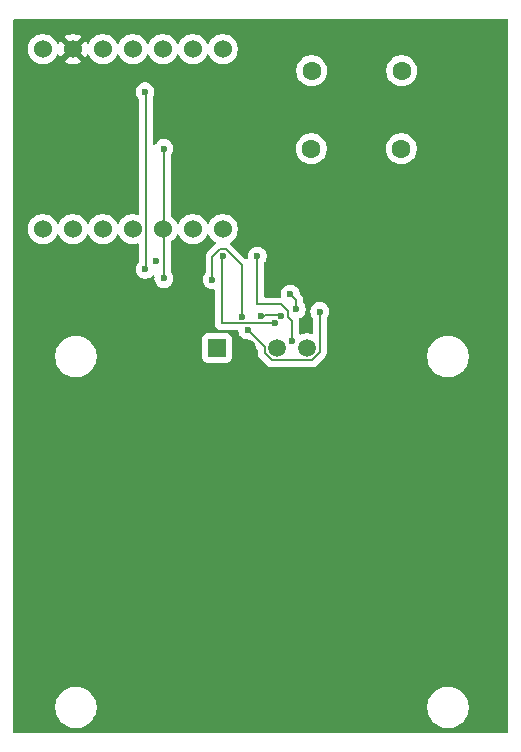
<source format=gbr>
%TF.GenerationSoftware,KiCad,Pcbnew,9.0.2*%
%TF.CreationDate,2025-08-03T00:22:43-03:00*%
%TF.ProjectId,hermes,6865726d-6573-42e6-9b69-6361645f7063,rev?*%
%TF.SameCoordinates,Original*%
%TF.FileFunction,Copper,L2,Bot*%
%TF.FilePolarity,Positive*%
%FSLAX46Y46*%
G04 Gerber Fmt 4.6, Leading zero omitted, Abs format (unit mm)*
G04 Created by KiCad (PCBNEW 9.0.2) date 2025-08-03 00:22:43*
%MOMM*%
%LPD*%
G01*
G04 APERTURE LIST*
%TA.AperFunction,ComponentPad*%
%ADD10C,1.524000*%
%TD*%
%TA.AperFunction,ComponentPad*%
%ADD11C,1.600000*%
%TD*%
%TA.AperFunction,ComponentPad*%
%ADD12R,1.508000X1.508000*%
%TD*%
%TA.AperFunction,ComponentPad*%
%ADD13C,1.508000*%
%TD*%
%TA.AperFunction,ViaPad*%
%ADD14C,0.600000*%
%TD*%
%TA.AperFunction,Conductor*%
%ADD15C,0.150000*%
%TD*%
G04 APERTURE END LIST*
D10*
%TO.P,U1,1,GPIO26/ADC0/A0*%
%TO.N,unconnected-(U1-GPIO26{slash}ADC0{slash}A0-Pad1)*%
X117398500Y-49020000D03*
%TO.P,U1,2,GPIO27/ADC1/A1*%
%TO.N,unconnected-(U1-GPIO27{slash}ADC1{slash}A1-Pad2)*%
X119938500Y-49020000D03*
%TO.P,U1,3,GPIO28/ADC2/A2*%
%TO.N,unconnected-(U1-GPIO28{slash}ADC2{slash}A2-Pad3)*%
X122478500Y-49020000D03*
%TO.P,U1,4,GPIO29/ADC3/A3*%
%TO.N,unconnected-(U1-GPIO29{slash}ADC3{slash}A3-Pad4)*%
X125018500Y-49020000D03*
%TO.P,U1,5,GPIO6/SDA*%
%TO.N,SDA*%
X127558500Y-49020000D03*
%TO.P,U1,6,GPIO7/SCL*%
%TO.N,SCL*%
X130098500Y-49020000D03*
%TO.P,U1,7,GPIO0/TX*%
%TO.N,INT*%
X132638500Y-49020000D03*
%TO.P,U1,8,GPIO1/RX*%
%TO.N,unconnected-(U1-GPIO1{slash}RX-Pad8)*%
X132638500Y-33780000D03*
%TO.P,U1,9,GPIO2/SCK*%
%TO.N,unconnected-(U1-GPIO2{slash}SCK-Pad9)*%
X130098500Y-33780000D03*
%TO.P,U1,10,GPIO4/MISO*%
%TO.N,unconnected-(U1-GPIO4{slash}MISO-Pad10)*%
X127558500Y-33780000D03*
%TO.P,U1,11,GPIO3/MOSI*%
%TO.N,unconnected-(U1-GPIO3{slash}MOSI-Pad11)*%
X125018500Y-33780000D03*
%TO.P,U1,12,3V3*%
%TO.N,VCC*%
X122478500Y-33780000D03*
%TO.P,U1,13,GND*%
%TO.N,GND*%
X119938500Y-33780000D03*
%TO.P,U1,14,VBUS*%
%TO.N,unconnected-(U1-VBUS-Pad14)*%
X117398500Y-33780000D03*
%TD*%
D11*
%TO.P,R1,1*%
%TO.N,SCL*%
X140150000Y-35600000D03*
%TO.P,R1,2*%
%TO.N,VCC*%
X147770000Y-35600000D03*
%TD*%
D12*
%TO.P,DS1,1,VDD*%
%TO.N,VCC*%
X132140000Y-59100000D03*
D13*
%TO.P,DS1,2,GND*%
%TO.N,GND*%
X134680000Y-59100000D03*
%TO.P,DS1,3,SCK*%
%TO.N,SCL*%
X137220000Y-59100000D03*
%TO.P,DS1,4,SDA*%
%TO.N,SDA*%
X139760000Y-59100000D03*
%TD*%
D11*
%TO.P,R2,1*%
%TO.N,SDA*%
X140140000Y-42200000D03*
%TO.P,R2,2*%
%TO.N,VCC*%
X147760000Y-42200000D03*
%TD*%
D14*
%TO.N,*%
X126950000Y-51700000D03*
%TO.N,VCC*%
X134750000Y-57575000D03*
X140850000Y-56000000D03*
X138850000Y-55800000D03*
X134250000Y-56425000D03*
X126050000Y-37400000D03*
X138360913Y-54510913D03*
X126056500Y-52421088D03*
X131750000Y-53300000D03*
%TO.N,GND*%
X123350000Y-55500000D03*
%TO.N,SDA*%
X127650000Y-42200000D03*
X127650000Y-53200000D03*
%TO.N,SCL*%
X135550000Y-51300000D03*
X138523514Y-58478634D03*
%TO.N,Net-(U2-REGOUT)*%
X137551000Y-56376301D03*
X135895372Y-56361368D03*
%TO.N,INT*%
X137050000Y-57000000D03*
X132654686Y-51284000D03*
%TD*%
D15*
%TO.N,VCC*%
X138850000Y-55800000D02*
X138850000Y-55000000D01*
X126050000Y-37400000D02*
X126150000Y-37500000D01*
X140186640Y-60130000D02*
X140850000Y-59466640D01*
X136190000Y-59015000D02*
X136190000Y-59526640D01*
X138850000Y-55000000D02*
X138360913Y-54510913D01*
X136190000Y-59526640D02*
X136793360Y-60130000D01*
X132893274Y-50708000D02*
X132416098Y-50708000D01*
X126150000Y-37500000D02*
X126150000Y-52327588D01*
X134750000Y-57575000D02*
X136190000Y-59015000D01*
X140850000Y-59466640D02*
X140850000Y-56000000D01*
X134250000Y-56425000D02*
X134250000Y-52064726D01*
X131750000Y-51374098D02*
X131750000Y-53300000D01*
X136793360Y-60130000D02*
X140186640Y-60130000D01*
X132416098Y-50708000D02*
X131750000Y-51374098D01*
X126150000Y-52327588D02*
X126056500Y-52421088D01*
X134250000Y-52064726D02*
X132893274Y-50708000D01*
%TO.N,SDA*%
X127650000Y-42200000D02*
X127650000Y-53200000D01*
%TO.N,SCL*%
X137564588Y-55400000D02*
X135550000Y-55400000D01*
X135550000Y-55400000D02*
X135550000Y-51300000D01*
X138126000Y-56438588D02*
X138126000Y-55961412D01*
X138126000Y-55961412D02*
X137564588Y-55400000D01*
X138523514Y-58478634D02*
X138523514Y-56836102D01*
X138523514Y-56836102D02*
X138126000Y-56438588D01*
%TO.N,Net-(U2-REGOUT)*%
X136157174Y-56361368D02*
X135895372Y-56361368D01*
X137474699Y-56300000D02*
X136218542Y-56300000D01*
X137551000Y-56376301D02*
X137474699Y-56300000D01*
X136218542Y-56300000D02*
X136157174Y-56361368D01*
%TO.N,INT*%
X132550000Y-51388686D02*
X132550000Y-57000000D01*
X132654686Y-51284000D02*
X132550000Y-51388686D01*
X132550000Y-57000000D02*
X137050000Y-57000000D01*
%TD*%
%TA.AperFunction,Conductor*%
%TO.N,GND*%
G36*
X156742539Y-31220185D02*
G01*
X156788294Y-31272989D01*
X156799500Y-31324500D01*
X156799500Y-91575500D01*
X156779815Y-91642539D01*
X156727011Y-91688294D01*
X156675500Y-91699500D01*
X115024500Y-91699500D01*
X114957461Y-91679815D01*
X114911706Y-91627011D01*
X114900500Y-91575500D01*
X114900500Y-89385258D01*
X118449500Y-89385258D01*
X118449500Y-89614741D01*
X118474446Y-89804215D01*
X118479452Y-89842238D01*
X118479453Y-89842240D01*
X118538842Y-90063887D01*
X118626650Y-90275876D01*
X118626657Y-90275890D01*
X118741392Y-90474617D01*
X118881081Y-90656661D01*
X118881089Y-90656670D01*
X119043330Y-90818911D01*
X119043338Y-90818918D01*
X119225382Y-90958607D01*
X119225385Y-90958608D01*
X119225388Y-90958611D01*
X119424112Y-91073344D01*
X119424117Y-91073346D01*
X119424123Y-91073349D01*
X119515480Y-91111190D01*
X119636113Y-91161158D01*
X119857762Y-91220548D01*
X120085266Y-91250500D01*
X120085273Y-91250500D01*
X120314727Y-91250500D01*
X120314734Y-91250500D01*
X120542238Y-91220548D01*
X120763887Y-91161158D01*
X120975888Y-91073344D01*
X121174612Y-90958611D01*
X121356661Y-90818919D01*
X121356665Y-90818914D01*
X121356670Y-90818911D01*
X121518911Y-90656670D01*
X121518914Y-90656665D01*
X121518919Y-90656661D01*
X121658611Y-90474612D01*
X121773344Y-90275888D01*
X121861158Y-90063887D01*
X121920548Y-89842238D01*
X121950500Y-89614734D01*
X121950500Y-89385266D01*
X121950499Y-89385258D01*
X149949500Y-89385258D01*
X149949500Y-89614741D01*
X149974446Y-89804215D01*
X149979452Y-89842238D01*
X149979453Y-89842240D01*
X150038842Y-90063887D01*
X150126650Y-90275876D01*
X150126657Y-90275890D01*
X150241392Y-90474617D01*
X150381081Y-90656661D01*
X150381089Y-90656670D01*
X150543330Y-90818911D01*
X150543338Y-90818918D01*
X150725382Y-90958607D01*
X150725385Y-90958608D01*
X150725388Y-90958611D01*
X150924112Y-91073344D01*
X150924117Y-91073346D01*
X150924123Y-91073349D01*
X151015480Y-91111190D01*
X151136113Y-91161158D01*
X151357762Y-91220548D01*
X151585266Y-91250500D01*
X151585273Y-91250500D01*
X151814727Y-91250500D01*
X151814734Y-91250500D01*
X152042238Y-91220548D01*
X152263887Y-91161158D01*
X152475888Y-91073344D01*
X152674612Y-90958611D01*
X152856661Y-90818919D01*
X152856665Y-90818914D01*
X152856670Y-90818911D01*
X153018911Y-90656670D01*
X153018914Y-90656665D01*
X153018919Y-90656661D01*
X153158611Y-90474612D01*
X153273344Y-90275888D01*
X153361158Y-90063887D01*
X153420548Y-89842238D01*
X153450500Y-89614734D01*
X153450500Y-89385266D01*
X153420548Y-89157762D01*
X153361158Y-88936113D01*
X153273344Y-88724112D01*
X153158611Y-88525388D01*
X153158608Y-88525385D01*
X153158607Y-88525382D01*
X153018918Y-88343338D01*
X153018911Y-88343330D01*
X152856670Y-88181089D01*
X152856661Y-88181081D01*
X152674617Y-88041392D01*
X152475890Y-87926657D01*
X152475876Y-87926650D01*
X152263887Y-87838842D01*
X152042238Y-87779452D01*
X152004215Y-87774446D01*
X151814741Y-87749500D01*
X151814734Y-87749500D01*
X151585266Y-87749500D01*
X151585258Y-87749500D01*
X151368715Y-87778009D01*
X151357762Y-87779452D01*
X151264076Y-87804554D01*
X151136112Y-87838842D01*
X150924123Y-87926650D01*
X150924109Y-87926657D01*
X150725382Y-88041392D01*
X150543338Y-88181081D01*
X150381081Y-88343338D01*
X150241392Y-88525382D01*
X150126657Y-88724109D01*
X150126650Y-88724123D01*
X150038842Y-88936112D01*
X149979453Y-89157759D01*
X149979451Y-89157770D01*
X149949500Y-89385258D01*
X121950499Y-89385258D01*
X121920548Y-89157762D01*
X121861158Y-88936113D01*
X121773344Y-88724112D01*
X121658611Y-88525388D01*
X121658608Y-88525385D01*
X121658607Y-88525382D01*
X121518918Y-88343338D01*
X121518911Y-88343330D01*
X121356670Y-88181089D01*
X121356661Y-88181081D01*
X121174617Y-88041392D01*
X120975890Y-87926657D01*
X120975876Y-87926650D01*
X120763887Y-87838842D01*
X120542238Y-87779452D01*
X120504215Y-87774446D01*
X120314741Y-87749500D01*
X120314734Y-87749500D01*
X120085266Y-87749500D01*
X120085258Y-87749500D01*
X119868715Y-87778009D01*
X119857762Y-87779452D01*
X119764076Y-87804554D01*
X119636112Y-87838842D01*
X119424123Y-87926650D01*
X119424109Y-87926657D01*
X119225382Y-88041392D01*
X119043338Y-88181081D01*
X118881081Y-88343338D01*
X118741392Y-88525382D01*
X118626657Y-88724109D01*
X118626650Y-88724123D01*
X118538842Y-88936112D01*
X118479453Y-89157759D01*
X118479451Y-89157770D01*
X118449500Y-89385258D01*
X114900500Y-89385258D01*
X114900500Y-59685258D01*
X118449500Y-59685258D01*
X118449500Y-59914741D01*
X118473408Y-60096328D01*
X118479452Y-60142238D01*
X118534610Y-60348091D01*
X118538842Y-60363887D01*
X118626650Y-60575876D01*
X118626657Y-60575890D01*
X118741392Y-60774617D01*
X118881081Y-60956661D01*
X118881089Y-60956670D01*
X119043330Y-61118911D01*
X119043338Y-61118918D01*
X119225382Y-61258607D01*
X119225385Y-61258608D01*
X119225388Y-61258611D01*
X119424112Y-61373344D01*
X119424117Y-61373346D01*
X119424123Y-61373349D01*
X119515480Y-61411190D01*
X119636113Y-61461158D01*
X119857762Y-61520548D01*
X120085266Y-61550500D01*
X120085273Y-61550500D01*
X120314727Y-61550500D01*
X120314734Y-61550500D01*
X120542238Y-61520548D01*
X120763887Y-61461158D01*
X120975888Y-61373344D01*
X121174612Y-61258611D01*
X121356661Y-61118919D01*
X121356665Y-61118914D01*
X121356670Y-61118911D01*
X121518911Y-60956670D01*
X121518914Y-60956665D01*
X121518919Y-60956661D01*
X121658611Y-60774612D01*
X121773344Y-60575888D01*
X121861158Y-60363887D01*
X121920548Y-60142238D01*
X121950500Y-59914734D01*
X121950500Y-59685266D01*
X121920548Y-59457762D01*
X121861158Y-59236113D01*
X121773344Y-59024112D01*
X121658611Y-58825388D01*
X121658608Y-58825385D01*
X121658607Y-58825382D01*
X121518918Y-58643338D01*
X121518911Y-58643330D01*
X121356670Y-58481089D01*
X121356665Y-58481085D01*
X121356661Y-58481081D01*
X121242106Y-58393179D01*
X121174617Y-58341392D01*
X121099693Y-58298135D01*
X130885500Y-58298135D01*
X130885500Y-59901870D01*
X130885501Y-59901876D01*
X130891908Y-59961483D01*
X130942202Y-60096328D01*
X130942206Y-60096335D01*
X131028452Y-60211544D01*
X131028455Y-60211547D01*
X131143664Y-60297793D01*
X131143671Y-60297797D01*
X131278517Y-60348091D01*
X131278516Y-60348091D01*
X131285444Y-60348835D01*
X131338127Y-60354500D01*
X132941872Y-60354499D01*
X133001483Y-60348091D01*
X133136331Y-60297796D01*
X133251546Y-60211546D01*
X133337796Y-60096331D01*
X133388091Y-59961483D01*
X133394500Y-59901873D01*
X133394499Y-58298128D01*
X133388091Y-58238517D01*
X133383667Y-58226656D01*
X133337797Y-58103671D01*
X133337793Y-58103664D01*
X133251547Y-57988455D01*
X133251544Y-57988452D01*
X133136335Y-57902206D01*
X133136328Y-57902202D01*
X133001482Y-57851908D01*
X133001483Y-57851908D01*
X132941883Y-57845501D01*
X132941881Y-57845500D01*
X132941873Y-57845500D01*
X132941864Y-57845500D01*
X131338129Y-57845500D01*
X131338123Y-57845501D01*
X131278516Y-57851908D01*
X131143671Y-57902202D01*
X131143664Y-57902206D01*
X131028455Y-57988452D01*
X131028452Y-57988455D01*
X130942206Y-58103664D01*
X130942202Y-58103671D01*
X130891908Y-58238517D01*
X130886976Y-58284397D01*
X130885501Y-58298123D01*
X130885500Y-58298135D01*
X121099693Y-58298135D01*
X121099681Y-58298128D01*
X120975888Y-58226656D01*
X120975876Y-58226650D01*
X120763887Y-58138842D01*
X120542238Y-58079452D01*
X120504215Y-58074446D01*
X120314741Y-58049500D01*
X120314734Y-58049500D01*
X120085266Y-58049500D01*
X120085258Y-58049500D01*
X119868715Y-58078009D01*
X119857762Y-58079452D01*
X119835982Y-58085288D01*
X119636112Y-58138842D01*
X119424123Y-58226650D01*
X119424109Y-58226657D01*
X119225382Y-58341392D01*
X119043338Y-58481081D01*
X118881081Y-58643338D01*
X118741392Y-58825382D01*
X118626657Y-59024109D01*
X118626650Y-59024123D01*
X118538842Y-59236112D01*
X118479453Y-59457759D01*
X118479451Y-59457770D01*
X118449500Y-59685258D01*
X114900500Y-59685258D01*
X114900500Y-48920639D01*
X116136000Y-48920639D01*
X116136000Y-49119360D01*
X116167087Y-49315637D01*
X116228493Y-49504629D01*
X116228494Y-49504632D01*
X116318713Y-49681694D01*
X116435519Y-49842464D01*
X116576036Y-49982981D01*
X116736806Y-50099787D01*
X116823649Y-50144035D01*
X116913867Y-50190005D01*
X116913870Y-50190006D01*
X116956334Y-50203803D01*
X117102864Y-50251413D01*
X117299139Y-50282500D01*
X117299140Y-50282500D01*
X117497860Y-50282500D01*
X117497861Y-50282500D01*
X117694136Y-50251413D01*
X117883132Y-50190005D01*
X118060194Y-50099787D01*
X118220964Y-49982981D01*
X118361481Y-49842464D01*
X118478287Y-49681694D01*
X118558015Y-49525218D01*
X118605990Y-49474423D01*
X118673811Y-49457628D01*
X118739946Y-49480165D01*
X118778984Y-49525218D01*
X118858713Y-49681694D01*
X118975519Y-49842464D01*
X119116036Y-49982981D01*
X119276806Y-50099787D01*
X119363649Y-50144035D01*
X119453867Y-50190005D01*
X119453870Y-50190006D01*
X119496334Y-50203803D01*
X119642864Y-50251413D01*
X119839139Y-50282500D01*
X119839140Y-50282500D01*
X120037860Y-50282500D01*
X120037861Y-50282500D01*
X120234136Y-50251413D01*
X120423132Y-50190005D01*
X120600194Y-50099787D01*
X120760964Y-49982981D01*
X120901481Y-49842464D01*
X121018287Y-49681694D01*
X121098015Y-49525218D01*
X121145990Y-49474423D01*
X121213811Y-49457628D01*
X121279946Y-49480165D01*
X121318984Y-49525218D01*
X121398713Y-49681694D01*
X121515519Y-49842464D01*
X121656036Y-49982981D01*
X121816806Y-50099787D01*
X121903649Y-50144035D01*
X121993867Y-50190005D01*
X121993870Y-50190006D01*
X122036334Y-50203803D01*
X122182864Y-50251413D01*
X122379139Y-50282500D01*
X122379140Y-50282500D01*
X122577860Y-50282500D01*
X122577861Y-50282500D01*
X122774136Y-50251413D01*
X122963132Y-50190005D01*
X123140194Y-50099787D01*
X123300964Y-49982981D01*
X123441481Y-49842464D01*
X123558287Y-49681694D01*
X123638015Y-49525218D01*
X123685990Y-49474423D01*
X123753811Y-49457628D01*
X123819946Y-49480165D01*
X123858984Y-49525218D01*
X123938713Y-49681694D01*
X124055519Y-49842464D01*
X124196036Y-49982981D01*
X124356806Y-50099787D01*
X124443649Y-50144035D01*
X124533867Y-50190005D01*
X124533870Y-50190006D01*
X124576334Y-50203803D01*
X124722864Y-50251413D01*
X124919139Y-50282500D01*
X124919140Y-50282500D01*
X125117860Y-50282500D01*
X125117861Y-50282500D01*
X125314136Y-50251413D01*
X125412182Y-50219555D01*
X125482023Y-50217561D01*
X125541856Y-50253641D01*
X125572684Y-50316342D01*
X125574500Y-50337487D01*
X125574500Y-51719647D01*
X125554815Y-51786686D01*
X125538181Y-51807328D01*
X125434713Y-51910795D01*
X125434710Y-51910799D01*
X125347109Y-52041902D01*
X125347102Y-52041915D01*
X125286764Y-52187586D01*
X125286761Y-52187598D01*
X125256000Y-52342241D01*
X125256000Y-52499934D01*
X125286761Y-52654577D01*
X125286764Y-52654589D01*
X125347102Y-52800260D01*
X125347109Y-52800273D01*
X125434710Y-52931376D01*
X125434713Y-52931380D01*
X125546207Y-53042874D01*
X125546211Y-53042877D01*
X125677314Y-53130478D01*
X125677327Y-53130485D01*
X125822998Y-53190823D01*
X125823003Y-53190825D01*
X125975471Y-53221153D01*
X125977653Y-53221587D01*
X125977656Y-53221588D01*
X125977658Y-53221588D01*
X126135344Y-53221588D01*
X126135345Y-53221587D01*
X126289997Y-53190825D01*
X126435679Y-53130482D01*
X126566789Y-53042877D01*
X126650089Y-52959576D01*
X126711410Y-52926093D01*
X126781102Y-52931077D01*
X126837036Y-52972948D01*
X126861453Y-53038412D01*
X126859387Y-53071448D01*
X126849500Y-53121157D01*
X126849500Y-53278846D01*
X126880261Y-53433489D01*
X126880264Y-53433501D01*
X126940602Y-53579172D01*
X126940609Y-53579185D01*
X127028210Y-53710288D01*
X127028213Y-53710292D01*
X127139707Y-53821786D01*
X127139711Y-53821789D01*
X127270814Y-53909390D01*
X127270827Y-53909397D01*
X127416498Y-53969735D01*
X127416503Y-53969737D01*
X127571153Y-54000499D01*
X127571156Y-54000500D01*
X127571158Y-54000500D01*
X127728844Y-54000500D01*
X127728845Y-54000499D01*
X127883497Y-53969737D01*
X128029179Y-53909394D01*
X128160289Y-53821789D01*
X128271789Y-53710289D01*
X128359394Y-53579179D01*
X128419737Y-53433497D01*
X128450500Y-53278842D01*
X128450500Y-53121158D01*
X128450500Y-53121157D01*
X128450500Y-53121155D01*
X128450499Y-53121153D01*
X128434928Y-53042874D01*
X128419737Y-52966503D01*
X128405189Y-52931380D01*
X128359397Y-52820827D01*
X128359390Y-52820814D01*
X128271789Y-52689711D01*
X128271786Y-52689707D01*
X128261819Y-52679740D01*
X128228334Y-52618417D01*
X128225500Y-52592059D01*
X128225500Y-50159112D01*
X128245185Y-50092073D01*
X128276614Y-50058794D01*
X128380964Y-49982981D01*
X128521481Y-49842464D01*
X128638287Y-49681694D01*
X128718015Y-49525218D01*
X128765990Y-49474423D01*
X128833811Y-49457628D01*
X128899946Y-49480165D01*
X128938984Y-49525218D01*
X129018713Y-49681694D01*
X129135519Y-49842464D01*
X129276036Y-49982981D01*
X129436806Y-50099787D01*
X129523649Y-50144035D01*
X129613867Y-50190005D01*
X129613870Y-50190006D01*
X129656334Y-50203803D01*
X129802864Y-50251413D01*
X129999139Y-50282500D01*
X129999140Y-50282500D01*
X130197860Y-50282500D01*
X130197861Y-50282500D01*
X130394136Y-50251413D01*
X130583132Y-50190005D01*
X130760194Y-50099787D01*
X130920964Y-49982981D01*
X131061481Y-49842464D01*
X131178287Y-49681694D01*
X131258015Y-49525218D01*
X131305990Y-49474423D01*
X131373811Y-49457628D01*
X131439946Y-49480165D01*
X131478984Y-49525218D01*
X131558713Y-49681694D01*
X131675519Y-49842464D01*
X131816036Y-49982981D01*
X131966189Y-50092073D01*
X131976806Y-50099787D01*
X131979497Y-50101158D01*
X131980337Y-50101951D01*
X131980958Y-50102332D01*
X131980878Y-50102462D01*
X132030296Y-50149129D01*
X132047096Y-50216949D01*
X132024562Y-50283085D01*
X132010890Y-50299327D01*
X131396635Y-50913583D01*
X131289487Y-51020730D01*
X131289485Y-51020733D01*
X131213719Y-51151961D01*
X131174500Y-51298332D01*
X131174500Y-52692059D01*
X131154815Y-52759098D01*
X131138181Y-52779740D01*
X131128213Y-52789707D01*
X131128210Y-52789711D01*
X131040609Y-52920814D01*
X131040602Y-52920827D01*
X130980264Y-53066498D01*
X130980261Y-53066510D01*
X130949500Y-53221153D01*
X130949500Y-53378846D01*
X130980261Y-53533489D01*
X130980264Y-53533501D01*
X131040602Y-53679172D01*
X131040609Y-53679185D01*
X131128210Y-53810288D01*
X131128213Y-53810292D01*
X131239707Y-53921786D01*
X131239711Y-53921789D01*
X131370814Y-54009390D01*
X131370827Y-54009397D01*
X131516498Y-54069735D01*
X131516503Y-54069737D01*
X131668157Y-54099903D01*
X131671153Y-54100499D01*
X131671156Y-54100500D01*
X131671158Y-54100500D01*
X131828844Y-54100500D01*
X131834907Y-54099903D01*
X131835093Y-54101793D01*
X131895883Y-54107224D01*
X131951067Y-54150079D01*
X131974321Y-54215965D01*
X131974500Y-54222621D01*
X131974500Y-56924234D01*
X131974500Y-57075766D01*
X131994109Y-57148950D01*
X132013719Y-57222136D01*
X132051602Y-57287750D01*
X132089485Y-57353365D01*
X132196635Y-57460515D01*
X132327865Y-57536281D01*
X132474234Y-57575500D01*
X133832152Y-57575500D01*
X133899191Y-57595185D01*
X133944946Y-57647989D01*
X133953769Y-57675308D01*
X133980261Y-57808491D01*
X133980264Y-57808501D01*
X134040602Y-57954172D01*
X134040609Y-57954185D01*
X134128210Y-58085288D01*
X134128213Y-58085292D01*
X134239707Y-58196786D01*
X134239711Y-58196789D01*
X134370814Y-58284390D01*
X134370827Y-58284397D01*
X134508420Y-58341389D01*
X134516503Y-58344737D01*
X134671153Y-58375499D01*
X134671156Y-58375500D01*
X134671158Y-58375500D01*
X134685258Y-58375500D01*
X134752297Y-58395185D01*
X134772939Y-58411819D01*
X135578181Y-59217061D01*
X135611666Y-59278384D01*
X135614500Y-59304742D01*
X135614500Y-59602405D01*
X135653719Y-59748776D01*
X135691602Y-59814390D01*
X135729485Y-59880005D01*
X136332845Y-60483365D01*
X136439995Y-60590515D01*
X136571225Y-60666281D01*
X136717594Y-60705500D01*
X136717596Y-60705500D01*
X140262404Y-60705500D01*
X140262406Y-60705500D01*
X140408775Y-60666281D01*
X140540005Y-60590515D01*
X141310515Y-59820005D01*
X141386281Y-59688775D01*
X141387223Y-59685258D01*
X149949500Y-59685258D01*
X149949500Y-59914741D01*
X149973408Y-60096328D01*
X149979452Y-60142238D01*
X150034610Y-60348091D01*
X150038842Y-60363887D01*
X150126650Y-60575876D01*
X150126657Y-60575890D01*
X150241392Y-60774617D01*
X150381081Y-60956661D01*
X150381089Y-60956670D01*
X150543330Y-61118911D01*
X150543338Y-61118918D01*
X150725382Y-61258607D01*
X150725385Y-61258608D01*
X150725388Y-61258611D01*
X150924112Y-61373344D01*
X150924117Y-61373346D01*
X150924123Y-61373349D01*
X151015480Y-61411190D01*
X151136113Y-61461158D01*
X151357762Y-61520548D01*
X151585266Y-61550500D01*
X151585273Y-61550500D01*
X151814727Y-61550500D01*
X151814734Y-61550500D01*
X152042238Y-61520548D01*
X152263887Y-61461158D01*
X152475888Y-61373344D01*
X152674612Y-61258611D01*
X152856661Y-61118919D01*
X152856665Y-61118914D01*
X152856670Y-61118911D01*
X153018911Y-60956670D01*
X153018914Y-60956665D01*
X153018919Y-60956661D01*
X153158611Y-60774612D01*
X153273344Y-60575888D01*
X153361158Y-60363887D01*
X153420548Y-60142238D01*
X153450500Y-59914734D01*
X153450500Y-59685266D01*
X153420548Y-59457762D01*
X153361158Y-59236113D01*
X153273344Y-59024112D01*
X153158611Y-58825388D01*
X153158608Y-58825385D01*
X153158607Y-58825382D01*
X153018918Y-58643338D01*
X153018911Y-58643330D01*
X152856670Y-58481089D01*
X152856661Y-58481081D01*
X152674617Y-58341392D01*
X152599681Y-58298128D01*
X152475888Y-58226656D01*
X152475876Y-58226650D01*
X152263887Y-58138842D01*
X152042238Y-58079452D01*
X152004215Y-58074446D01*
X151814741Y-58049500D01*
X151814734Y-58049500D01*
X151585266Y-58049500D01*
X151585258Y-58049500D01*
X151368715Y-58078009D01*
X151357762Y-58079452D01*
X151335982Y-58085288D01*
X151136112Y-58138842D01*
X150924123Y-58226650D01*
X150924109Y-58226657D01*
X150725382Y-58341392D01*
X150543338Y-58481081D01*
X150381081Y-58643338D01*
X150241392Y-58825382D01*
X150126657Y-59024109D01*
X150126650Y-59024123D01*
X150038842Y-59236112D01*
X149979453Y-59457759D01*
X149979451Y-59457770D01*
X149949500Y-59685258D01*
X141387223Y-59685258D01*
X141425500Y-59542406D01*
X141425500Y-59390873D01*
X141425500Y-56607940D01*
X141445185Y-56540901D01*
X141461822Y-56520256D01*
X141471787Y-56510291D01*
X141471789Y-56510289D01*
X141559394Y-56379179D01*
X141619737Y-56233497D01*
X141650500Y-56078842D01*
X141650500Y-55921158D01*
X141650500Y-55921155D01*
X141650499Y-55921153D01*
X141647234Y-55904740D01*
X141619737Y-55766503D01*
X141600955Y-55721158D01*
X141559397Y-55620827D01*
X141559390Y-55620814D01*
X141471789Y-55489711D01*
X141471786Y-55489707D01*
X141360292Y-55378213D01*
X141360288Y-55378210D01*
X141229185Y-55290609D01*
X141229172Y-55290602D01*
X141083501Y-55230264D01*
X141083489Y-55230261D01*
X140928845Y-55199500D01*
X140928842Y-55199500D01*
X140771158Y-55199500D01*
X140771155Y-55199500D01*
X140616510Y-55230261D01*
X140616498Y-55230264D01*
X140470827Y-55290602D01*
X140470814Y-55290609D01*
X140339711Y-55378210D01*
X140339707Y-55378213D01*
X140228213Y-55489707D01*
X140228210Y-55489711D01*
X140140609Y-55620814D01*
X140140602Y-55620827D01*
X140080264Y-55766498D01*
X140080261Y-55766510D01*
X140049500Y-55921153D01*
X140049500Y-56078846D01*
X140080261Y-56233489D01*
X140080264Y-56233501D01*
X140140602Y-56379172D01*
X140140609Y-56379185D01*
X140228210Y-56510288D01*
X140228212Y-56510291D01*
X140238178Y-56520256D01*
X140271665Y-56581578D01*
X140274500Y-56607940D01*
X140274500Y-57777440D01*
X140254815Y-57844479D01*
X140202011Y-57890234D01*
X140132853Y-57900178D01*
X140112182Y-57895371D01*
X140053764Y-57876390D01*
X139858736Y-57845500D01*
X139858731Y-57845500D01*
X139661269Y-57845500D01*
X139661264Y-57845500D01*
X139466235Y-57876390D01*
X139278438Y-57937408D01*
X139273940Y-57939272D01*
X139273442Y-57938070D01*
X139210624Y-57949859D01*
X139145887Y-57923575D01*
X139105637Y-57866463D01*
X139099014Y-57826480D01*
X139099014Y-56760338D01*
X139099014Y-56760336D01*
X139079640Y-56688030D01*
X139081303Y-56618181D01*
X139120466Y-56560319D01*
X139151957Y-56541380D01*
X139229179Y-56509394D01*
X139360289Y-56421789D01*
X139471789Y-56310289D01*
X139559394Y-56179179D01*
X139619737Y-56033497D01*
X139650500Y-55878842D01*
X139650500Y-55721158D01*
X139650500Y-55721155D01*
X139650499Y-55721153D01*
X139630543Y-55620827D01*
X139619737Y-55566503D01*
X139587929Y-55489711D01*
X139559397Y-55420827D01*
X139559390Y-55420814D01*
X139471789Y-55289711D01*
X139471786Y-55289707D01*
X139461819Y-55279740D01*
X139428334Y-55218417D01*
X139425500Y-55192059D01*
X139425500Y-54924236D01*
X139425500Y-54924234D01*
X139386281Y-54777865D01*
X139310515Y-54646635D01*
X139203365Y-54539485D01*
X139197732Y-54533852D01*
X139164247Y-54472529D01*
X139161413Y-54446171D01*
X139161413Y-54432068D01*
X139161412Y-54432066D01*
X139130651Y-54277423D01*
X139130650Y-54277416D01*
X139130648Y-54277411D01*
X139070310Y-54131740D01*
X139070303Y-54131727D01*
X138982702Y-54000624D01*
X138982699Y-54000620D01*
X138871205Y-53889126D01*
X138871201Y-53889123D01*
X138740098Y-53801522D01*
X138740085Y-53801515D01*
X138594414Y-53741177D01*
X138594402Y-53741174D01*
X138439758Y-53710413D01*
X138439755Y-53710413D01*
X138282071Y-53710413D01*
X138282068Y-53710413D01*
X138127423Y-53741174D01*
X138127411Y-53741177D01*
X137981740Y-53801515D01*
X137981727Y-53801522D01*
X137850624Y-53889123D01*
X137850620Y-53889126D01*
X137739126Y-54000620D01*
X137739123Y-54000624D01*
X137651522Y-54131727D01*
X137651515Y-54131740D01*
X137591177Y-54277411D01*
X137591174Y-54277423D01*
X137560413Y-54432066D01*
X137560413Y-54589759D01*
X137577629Y-54676309D01*
X137571402Y-54745900D01*
X137528539Y-54801078D01*
X137462649Y-54824322D01*
X137456012Y-54824500D01*
X136249500Y-54824500D01*
X136182461Y-54804815D01*
X136136706Y-54752011D01*
X136125500Y-54700500D01*
X136125500Y-51907940D01*
X136145185Y-51840901D01*
X136161822Y-51820256D01*
X136171787Y-51810291D01*
X136171789Y-51810289D01*
X136259394Y-51679179D01*
X136319737Y-51533497D01*
X136350500Y-51378842D01*
X136350500Y-51221158D01*
X136350500Y-51221155D01*
X136350499Y-51221153D01*
X136319738Y-51066510D01*
X136319737Y-51066503D01*
X136300779Y-51020733D01*
X136259397Y-50920827D01*
X136259390Y-50920814D01*
X136171789Y-50789711D01*
X136171786Y-50789707D01*
X136060292Y-50678213D01*
X136060288Y-50678210D01*
X135929185Y-50590609D01*
X135929172Y-50590602D01*
X135783501Y-50530264D01*
X135783489Y-50530261D01*
X135628845Y-50499500D01*
X135628842Y-50499500D01*
X135471158Y-50499500D01*
X135471155Y-50499500D01*
X135316510Y-50530261D01*
X135316498Y-50530264D01*
X135170827Y-50590602D01*
X135170814Y-50590609D01*
X135039711Y-50678210D01*
X135039707Y-50678213D01*
X134928213Y-50789707D01*
X134928210Y-50789711D01*
X134840609Y-50920814D01*
X134840602Y-50920827D01*
X134780264Y-51066498D01*
X134780261Y-51066510D01*
X134749500Y-51221153D01*
X134749500Y-51378846D01*
X134761997Y-51441673D01*
X134755770Y-51511265D01*
X134712907Y-51566442D01*
X134647017Y-51589686D01*
X134579020Y-51573618D01*
X134552699Y-51553545D01*
X133286291Y-50287137D01*
X133252806Y-50225814D01*
X133257790Y-50156122D01*
X133299662Y-50100189D01*
X133301087Y-50099138D01*
X133310811Y-50092073D01*
X133460964Y-49982981D01*
X133601481Y-49842464D01*
X133718287Y-49681694D01*
X133808505Y-49504632D01*
X133869913Y-49315636D01*
X133901000Y-49119361D01*
X133901000Y-48920639D01*
X133869913Y-48724364D01*
X133808505Y-48535368D01*
X133808505Y-48535367D01*
X133718286Y-48358305D01*
X133601481Y-48197536D01*
X133460964Y-48057019D01*
X133300194Y-47940213D01*
X133291203Y-47935632D01*
X133123132Y-47849994D01*
X133123129Y-47849993D01*
X132934137Y-47788587D01*
X132813948Y-47769551D01*
X132737861Y-47757500D01*
X132539139Y-47757500D01*
X132473714Y-47767862D01*
X132342862Y-47788587D01*
X132153870Y-47849993D01*
X132153867Y-47849994D01*
X131976805Y-47940213D01*
X131816033Y-48057021D01*
X131675521Y-48197533D01*
X131558713Y-48358305D01*
X131478985Y-48514780D01*
X131431010Y-48565576D01*
X131363189Y-48582371D01*
X131297054Y-48559833D01*
X131258015Y-48514780D01*
X131178286Y-48358305D01*
X131061481Y-48197536D01*
X130920964Y-48057019D01*
X130760194Y-47940213D01*
X130751203Y-47935632D01*
X130583132Y-47849994D01*
X130583129Y-47849993D01*
X130394137Y-47788587D01*
X130273948Y-47769551D01*
X130197861Y-47757500D01*
X129999139Y-47757500D01*
X129933714Y-47767862D01*
X129802862Y-47788587D01*
X129613870Y-47849993D01*
X129613867Y-47849994D01*
X129436805Y-47940213D01*
X129276033Y-48057021D01*
X129135521Y-48197533D01*
X129018713Y-48358305D01*
X128938985Y-48514780D01*
X128891010Y-48565576D01*
X128823189Y-48582371D01*
X128757054Y-48559833D01*
X128718015Y-48514780D01*
X128638286Y-48358305D01*
X128521481Y-48197536D01*
X128380964Y-48057019D01*
X128276615Y-47981205D01*
X128233949Y-47925875D01*
X128225500Y-47880887D01*
X128225500Y-42807940D01*
X128245185Y-42740901D01*
X128261822Y-42720256D01*
X128271787Y-42710291D01*
X128271789Y-42710289D01*
X128359394Y-42579179D01*
X128419737Y-42433497D01*
X128450500Y-42278842D01*
X128450500Y-42121158D01*
X128450500Y-42121155D01*
X128449667Y-42116968D01*
X128449667Y-42116967D01*
X128445824Y-42097648D01*
X138839500Y-42097648D01*
X138839500Y-42302351D01*
X138871522Y-42504534D01*
X138934781Y-42699223D01*
X139027715Y-42881613D01*
X139148028Y-43047213D01*
X139292786Y-43191971D01*
X139447749Y-43304556D01*
X139458390Y-43312287D01*
X139574607Y-43371503D01*
X139640776Y-43405218D01*
X139640778Y-43405218D01*
X139640781Y-43405220D01*
X139745137Y-43439127D01*
X139835465Y-43468477D01*
X139936557Y-43484488D01*
X140037648Y-43500500D01*
X140037649Y-43500500D01*
X140242351Y-43500500D01*
X140242352Y-43500500D01*
X140444534Y-43468477D01*
X140639219Y-43405220D01*
X140821610Y-43312287D01*
X140914590Y-43244732D01*
X140987213Y-43191971D01*
X140987215Y-43191968D01*
X140987219Y-43191966D01*
X141131966Y-43047219D01*
X141131968Y-43047215D01*
X141131971Y-43047213D01*
X141184732Y-42974590D01*
X141252287Y-42881610D01*
X141345220Y-42699219D01*
X141408477Y-42504534D01*
X141440500Y-42302352D01*
X141440500Y-42097648D01*
X146459500Y-42097648D01*
X146459500Y-42302351D01*
X146491522Y-42504534D01*
X146554781Y-42699223D01*
X146647715Y-42881613D01*
X146768028Y-43047213D01*
X146912786Y-43191971D01*
X147067749Y-43304556D01*
X147078390Y-43312287D01*
X147194607Y-43371503D01*
X147260776Y-43405218D01*
X147260778Y-43405218D01*
X147260781Y-43405220D01*
X147365137Y-43439127D01*
X147455465Y-43468477D01*
X147556557Y-43484488D01*
X147657648Y-43500500D01*
X147657649Y-43500500D01*
X147862351Y-43500500D01*
X147862352Y-43500500D01*
X148064534Y-43468477D01*
X148259219Y-43405220D01*
X148441610Y-43312287D01*
X148534590Y-43244732D01*
X148607213Y-43191971D01*
X148607215Y-43191968D01*
X148607219Y-43191966D01*
X148751966Y-43047219D01*
X148751968Y-43047215D01*
X148751971Y-43047213D01*
X148804732Y-42974590D01*
X148872287Y-42881610D01*
X148965220Y-42699219D01*
X149028477Y-42504534D01*
X149060500Y-42302352D01*
X149060500Y-42097648D01*
X149028477Y-41895465D01*
X148965218Y-41700776D01*
X148902767Y-41578211D01*
X148872287Y-41518390D01*
X148852098Y-41490602D01*
X148751971Y-41352786D01*
X148607213Y-41208028D01*
X148441613Y-41087715D01*
X148441612Y-41087714D01*
X148441610Y-41087713D01*
X148384653Y-41058691D01*
X148259223Y-40994781D01*
X148064534Y-40931522D01*
X147889995Y-40903878D01*
X147862352Y-40899500D01*
X147657648Y-40899500D01*
X147633329Y-40903351D01*
X147455465Y-40931522D01*
X147260776Y-40994781D01*
X147078386Y-41087715D01*
X146912786Y-41208028D01*
X146768028Y-41352786D01*
X146647715Y-41518386D01*
X146554781Y-41700776D01*
X146491522Y-41895465D01*
X146459500Y-42097648D01*
X141440500Y-42097648D01*
X141408477Y-41895465D01*
X141345218Y-41700776D01*
X141282767Y-41578211D01*
X141252287Y-41518390D01*
X141232098Y-41490602D01*
X141131971Y-41352786D01*
X140987213Y-41208028D01*
X140821613Y-41087715D01*
X140821612Y-41087714D01*
X140821610Y-41087713D01*
X140764653Y-41058691D01*
X140639223Y-40994781D01*
X140444534Y-40931522D01*
X140269995Y-40903878D01*
X140242352Y-40899500D01*
X140037648Y-40899500D01*
X140013329Y-40903351D01*
X139835465Y-40931522D01*
X139640776Y-40994781D01*
X139458386Y-41087715D01*
X139292786Y-41208028D01*
X139148028Y-41352786D01*
X139027715Y-41518386D01*
X138934781Y-41700776D01*
X138871522Y-41895465D01*
X138839500Y-42097648D01*
X128445824Y-42097648D01*
X128419738Y-41966510D01*
X128419737Y-41966503D01*
X128390313Y-41895466D01*
X128359397Y-41820827D01*
X128359390Y-41820814D01*
X128271789Y-41689711D01*
X128271786Y-41689707D01*
X128160292Y-41578213D01*
X128160288Y-41578210D01*
X128029185Y-41490609D01*
X128029172Y-41490602D01*
X127883501Y-41430264D01*
X127883489Y-41430261D01*
X127728845Y-41399500D01*
X127728842Y-41399500D01*
X127571158Y-41399500D01*
X127571155Y-41399500D01*
X127416510Y-41430261D01*
X127416498Y-41430264D01*
X127270827Y-41490602D01*
X127270814Y-41490609D01*
X127139711Y-41578210D01*
X127139707Y-41578213D01*
X127028213Y-41689707D01*
X127028210Y-41689711D01*
X126952602Y-41802866D01*
X126898989Y-41847671D01*
X126829664Y-41856378D01*
X126766637Y-41826223D01*
X126729918Y-41766780D01*
X126725500Y-41733975D01*
X126725500Y-37867519D01*
X126745185Y-37800480D01*
X126746398Y-37798628D01*
X126759394Y-37779179D01*
X126819737Y-37633497D01*
X126850500Y-37478842D01*
X126850500Y-37321158D01*
X126850500Y-37321155D01*
X126850499Y-37321153D01*
X126819738Y-37166510D01*
X126819737Y-37166503D01*
X126819735Y-37166498D01*
X126759397Y-37020827D01*
X126759390Y-37020814D01*
X126671789Y-36889711D01*
X126671786Y-36889707D01*
X126560292Y-36778213D01*
X126560288Y-36778210D01*
X126429185Y-36690609D01*
X126429172Y-36690602D01*
X126283501Y-36630264D01*
X126283489Y-36630261D01*
X126128845Y-36599500D01*
X126128842Y-36599500D01*
X125971158Y-36599500D01*
X125971155Y-36599500D01*
X125816510Y-36630261D01*
X125816498Y-36630264D01*
X125670827Y-36690602D01*
X125670814Y-36690609D01*
X125539711Y-36778210D01*
X125539707Y-36778213D01*
X125428213Y-36889707D01*
X125428210Y-36889711D01*
X125340609Y-37020814D01*
X125340602Y-37020827D01*
X125280264Y-37166498D01*
X125280261Y-37166510D01*
X125249500Y-37321153D01*
X125249500Y-37478846D01*
X125280261Y-37633489D01*
X125280264Y-37633501D01*
X125340602Y-37779172D01*
X125340609Y-37779185D01*
X125428210Y-37910288D01*
X125428213Y-37910292D01*
X125538181Y-38020260D01*
X125571666Y-38081583D01*
X125574500Y-38107941D01*
X125574500Y-47702512D01*
X125554815Y-47769551D01*
X125502011Y-47815306D01*
X125432853Y-47825250D01*
X125412183Y-47820443D01*
X125314138Y-47788587D01*
X125314139Y-47788587D01*
X125166929Y-47765271D01*
X125117861Y-47757500D01*
X124919139Y-47757500D01*
X124853714Y-47767862D01*
X124722862Y-47788587D01*
X124533870Y-47849993D01*
X124533867Y-47849994D01*
X124356805Y-47940213D01*
X124196033Y-48057021D01*
X124055521Y-48197533D01*
X123938713Y-48358305D01*
X123858985Y-48514780D01*
X123811010Y-48565576D01*
X123743189Y-48582371D01*
X123677054Y-48559833D01*
X123638015Y-48514780D01*
X123558286Y-48358305D01*
X123441481Y-48197536D01*
X123300964Y-48057019D01*
X123140194Y-47940213D01*
X123131203Y-47935632D01*
X122963132Y-47849994D01*
X122963129Y-47849993D01*
X122774137Y-47788587D01*
X122653948Y-47769551D01*
X122577861Y-47757500D01*
X122379139Y-47757500D01*
X122313714Y-47767862D01*
X122182862Y-47788587D01*
X121993870Y-47849993D01*
X121993867Y-47849994D01*
X121816805Y-47940213D01*
X121656033Y-48057021D01*
X121515521Y-48197533D01*
X121398713Y-48358305D01*
X121318985Y-48514780D01*
X121271010Y-48565576D01*
X121203189Y-48582371D01*
X121137054Y-48559833D01*
X121098015Y-48514780D01*
X121018286Y-48358305D01*
X120901481Y-48197536D01*
X120760964Y-48057019D01*
X120600194Y-47940213D01*
X120591203Y-47935632D01*
X120423132Y-47849994D01*
X120423129Y-47849993D01*
X120234137Y-47788587D01*
X120113948Y-47769551D01*
X120037861Y-47757500D01*
X119839139Y-47757500D01*
X119773714Y-47767862D01*
X119642862Y-47788587D01*
X119453870Y-47849993D01*
X119453867Y-47849994D01*
X119276805Y-47940213D01*
X119116033Y-48057021D01*
X118975521Y-48197533D01*
X118858713Y-48358305D01*
X118778985Y-48514780D01*
X118731010Y-48565576D01*
X118663189Y-48582371D01*
X118597054Y-48559833D01*
X118558015Y-48514780D01*
X118478286Y-48358305D01*
X118361481Y-48197536D01*
X118220964Y-48057019D01*
X118060194Y-47940213D01*
X118051203Y-47935632D01*
X117883132Y-47849994D01*
X117883129Y-47849993D01*
X117694137Y-47788587D01*
X117573948Y-47769551D01*
X117497861Y-47757500D01*
X117299139Y-47757500D01*
X117233714Y-47767862D01*
X117102862Y-47788587D01*
X116913870Y-47849993D01*
X116913867Y-47849994D01*
X116736805Y-47940213D01*
X116576033Y-48057021D01*
X116435521Y-48197533D01*
X116318713Y-48358305D01*
X116228494Y-48535367D01*
X116228493Y-48535370D01*
X116167087Y-48724362D01*
X116136000Y-48920639D01*
X114900500Y-48920639D01*
X114900500Y-35497648D01*
X138849500Y-35497648D01*
X138849500Y-35702351D01*
X138881522Y-35904534D01*
X138944781Y-36099223D01*
X139037715Y-36281613D01*
X139158028Y-36447213D01*
X139302786Y-36591971D01*
X139457749Y-36704556D01*
X139468390Y-36712287D01*
X139584607Y-36771503D01*
X139650776Y-36805218D01*
X139650778Y-36805218D01*
X139650781Y-36805220D01*
X139755137Y-36839127D01*
X139845465Y-36868477D01*
X139946557Y-36884488D01*
X140047648Y-36900500D01*
X140047649Y-36900500D01*
X140252351Y-36900500D01*
X140252352Y-36900500D01*
X140454534Y-36868477D01*
X140649219Y-36805220D01*
X140831610Y-36712287D01*
X140944506Y-36630264D01*
X140997213Y-36591971D01*
X140997215Y-36591968D01*
X140997219Y-36591966D01*
X141141966Y-36447219D01*
X141141968Y-36447215D01*
X141141971Y-36447213D01*
X141194732Y-36374590D01*
X141262287Y-36281610D01*
X141355220Y-36099219D01*
X141418477Y-35904534D01*
X141450500Y-35702352D01*
X141450500Y-35497648D01*
X146469500Y-35497648D01*
X146469500Y-35702351D01*
X146501522Y-35904534D01*
X146564781Y-36099223D01*
X146657715Y-36281613D01*
X146778028Y-36447213D01*
X146922786Y-36591971D01*
X147077749Y-36704556D01*
X147088390Y-36712287D01*
X147204607Y-36771503D01*
X147270776Y-36805218D01*
X147270778Y-36805218D01*
X147270781Y-36805220D01*
X147375137Y-36839127D01*
X147465465Y-36868477D01*
X147566557Y-36884488D01*
X147667648Y-36900500D01*
X147667649Y-36900500D01*
X147872351Y-36900500D01*
X147872352Y-36900500D01*
X148074534Y-36868477D01*
X148269219Y-36805220D01*
X148451610Y-36712287D01*
X148564506Y-36630264D01*
X148617213Y-36591971D01*
X148617215Y-36591968D01*
X148617219Y-36591966D01*
X148761966Y-36447219D01*
X148761968Y-36447215D01*
X148761971Y-36447213D01*
X148814732Y-36374590D01*
X148882287Y-36281610D01*
X148975220Y-36099219D01*
X149038477Y-35904534D01*
X149070500Y-35702352D01*
X149070500Y-35497648D01*
X149038477Y-35295466D01*
X148975220Y-35100781D01*
X148975218Y-35100778D01*
X148975218Y-35100776D01*
X148941503Y-35034607D01*
X148882287Y-34918390D01*
X148839401Y-34859362D01*
X148761971Y-34752786D01*
X148617213Y-34608028D01*
X148451613Y-34487715D01*
X148451612Y-34487714D01*
X148451610Y-34487713D01*
X148360759Y-34441422D01*
X148269223Y-34394781D01*
X148074534Y-34331522D01*
X147899995Y-34303878D01*
X147872352Y-34299500D01*
X147667648Y-34299500D01*
X147643329Y-34303351D01*
X147465465Y-34331522D01*
X147270776Y-34394781D01*
X147088386Y-34487715D01*
X146922786Y-34608028D01*
X146778028Y-34752786D01*
X146657715Y-34918386D01*
X146564781Y-35100776D01*
X146501522Y-35295465D01*
X146469500Y-35497648D01*
X141450500Y-35497648D01*
X141418477Y-35295466D01*
X141355220Y-35100781D01*
X141355218Y-35100778D01*
X141355218Y-35100776D01*
X141321503Y-35034607D01*
X141262287Y-34918390D01*
X141219401Y-34859362D01*
X141141971Y-34752786D01*
X140997213Y-34608028D01*
X140831613Y-34487715D01*
X140831612Y-34487714D01*
X140831610Y-34487713D01*
X140740759Y-34441422D01*
X140649223Y-34394781D01*
X140454534Y-34331522D01*
X140279995Y-34303878D01*
X140252352Y-34299500D01*
X140047648Y-34299500D01*
X140023329Y-34303351D01*
X139845465Y-34331522D01*
X139650776Y-34394781D01*
X139468386Y-34487715D01*
X139302786Y-34608028D01*
X139158028Y-34752786D01*
X139037715Y-34918386D01*
X138944781Y-35100776D01*
X138881522Y-35295465D01*
X138849500Y-35497648D01*
X114900500Y-35497648D01*
X114900500Y-33680639D01*
X116136000Y-33680639D01*
X116136000Y-33879360D01*
X116167087Y-34075637D01*
X116228493Y-34264629D01*
X116228494Y-34264632D01*
X116318574Y-34441422D01*
X116318713Y-34441694D01*
X116435519Y-34602464D01*
X116576036Y-34742981D01*
X116736806Y-34859787D01*
X116823649Y-34904035D01*
X116913867Y-34950005D01*
X116913870Y-34950006D01*
X117008366Y-34980709D01*
X117102864Y-35011413D01*
X117299139Y-35042500D01*
X117299140Y-35042500D01*
X117497860Y-35042500D01*
X117497861Y-35042500D01*
X117694136Y-35011413D01*
X117883132Y-34950005D01*
X118060194Y-34859787D01*
X118220964Y-34742981D01*
X118361481Y-34602464D01*
X118478287Y-34441694D01*
X118558296Y-34284667D01*
X118606269Y-34233872D01*
X118674090Y-34217077D01*
X118740225Y-34239614D01*
X118779265Y-34284668D01*
X118859141Y-34441432D01*
X118886230Y-34478715D01*
X118886231Y-34478716D01*
X119500852Y-33864094D01*
X119524292Y-33951571D01*
X119582811Y-34052930D01*
X119665570Y-34135689D01*
X119766929Y-34194208D01*
X119854405Y-34217647D01*
X119239783Y-34832268D01*
X119239783Y-34832269D01*
X119277067Y-34859358D01*
X119454062Y-34949542D01*
X119642977Y-35010924D01*
X119839179Y-35042000D01*
X120037821Y-35042000D01*
X120234020Y-35010924D01*
X120234023Y-35010924D01*
X120422937Y-34949542D01*
X120599925Y-34859362D01*
X120637216Y-34832268D01*
X120022595Y-34217647D01*
X120110071Y-34194208D01*
X120211430Y-34135689D01*
X120294189Y-34052930D01*
X120352708Y-33951571D01*
X120376147Y-33864094D01*
X120990768Y-34478715D01*
X121017864Y-34441422D01*
X121097734Y-34284669D01*
X121145708Y-34233872D01*
X121213529Y-34217077D01*
X121279664Y-34239614D01*
X121318703Y-34284667D01*
X121398713Y-34441694D01*
X121515519Y-34602464D01*
X121656036Y-34742981D01*
X121816806Y-34859787D01*
X121903649Y-34904035D01*
X121993867Y-34950005D01*
X121993870Y-34950006D01*
X122088366Y-34980709D01*
X122182864Y-35011413D01*
X122379139Y-35042500D01*
X122379140Y-35042500D01*
X122577860Y-35042500D01*
X122577861Y-35042500D01*
X122774136Y-35011413D01*
X122963132Y-34950005D01*
X123140194Y-34859787D01*
X123300964Y-34742981D01*
X123441481Y-34602464D01*
X123558287Y-34441694D01*
X123638015Y-34285218D01*
X123685990Y-34234423D01*
X123753811Y-34217628D01*
X123819946Y-34240165D01*
X123858984Y-34285218D01*
X123938713Y-34441694D01*
X124055519Y-34602464D01*
X124196036Y-34742981D01*
X124356806Y-34859787D01*
X124443649Y-34904035D01*
X124533867Y-34950005D01*
X124533870Y-34950006D01*
X124628366Y-34980709D01*
X124722864Y-35011413D01*
X124919139Y-35042500D01*
X124919140Y-35042500D01*
X125117860Y-35042500D01*
X125117861Y-35042500D01*
X125314136Y-35011413D01*
X125503132Y-34950005D01*
X125680194Y-34859787D01*
X125840964Y-34742981D01*
X125981481Y-34602464D01*
X126098287Y-34441694D01*
X126178015Y-34285218D01*
X126225990Y-34234423D01*
X126293811Y-34217628D01*
X126359946Y-34240165D01*
X126398984Y-34285218D01*
X126478713Y-34441694D01*
X126595519Y-34602464D01*
X126736036Y-34742981D01*
X126896806Y-34859787D01*
X126983649Y-34904035D01*
X127073867Y-34950005D01*
X127073870Y-34950006D01*
X127168366Y-34980709D01*
X127262864Y-35011413D01*
X127459139Y-35042500D01*
X127459140Y-35042500D01*
X127657860Y-35042500D01*
X127657861Y-35042500D01*
X127854136Y-35011413D01*
X128043132Y-34950005D01*
X128220194Y-34859787D01*
X128380964Y-34742981D01*
X128521481Y-34602464D01*
X128638287Y-34441694D01*
X128718015Y-34285218D01*
X128765990Y-34234423D01*
X128833811Y-34217628D01*
X128899946Y-34240165D01*
X128938984Y-34285218D01*
X129018713Y-34441694D01*
X129135519Y-34602464D01*
X129276036Y-34742981D01*
X129436806Y-34859787D01*
X129523649Y-34904035D01*
X129613867Y-34950005D01*
X129613870Y-34950006D01*
X129708366Y-34980709D01*
X129802864Y-35011413D01*
X129999139Y-35042500D01*
X129999140Y-35042500D01*
X130197860Y-35042500D01*
X130197861Y-35042500D01*
X130394136Y-35011413D01*
X130583132Y-34950005D01*
X130760194Y-34859787D01*
X130920964Y-34742981D01*
X131061481Y-34602464D01*
X131178287Y-34441694D01*
X131258015Y-34285218D01*
X131305990Y-34234423D01*
X131373811Y-34217628D01*
X131439946Y-34240165D01*
X131478984Y-34285218D01*
X131558713Y-34441694D01*
X131675519Y-34602464D01*
X131816036Y-34742981D01*
X131976806Y-34859787D01*
X132063649Y-34904035D01*
X132153867Y-34950005D01*
X132153870Y-34950006D01*
X132248366Y-34980709D01*
X132342864Y-35011413D01*
X132539139Y-35042500D01*
X132539140Y-35042500D01*
X132737860Y-35042500D01*
X132737861Y-35042500D01*
X132934136Y-35011413D01*
X133123132Y-34950005D01*
X133300194Y-34859787D01*
X133460964Y-34742981D01*
X133601481Y-34602464D01*
X133718287Y-34441694D01*
X133808505Y-34264632D01*
X133869913Y-34075636D01*
X133901000Y-33879361D01*
X133901000Y-33680639D01*
X133869913Y-33484364D01*
X133808505Y-33295368D01*
X133808505Y-33295367D01*
X133762535Y-33205149D01*
X133718287Y-33118306D01*
X133601481Y-32957536D01*
X133460964Y-32817019D01*
X133300194Y-32700213D01*
X133123132Y-32609994D01*
X133123129Y-32609993D01*
X132934137Y-32548587D01*
X132835998Y-32533043D01*
X132737861Y-32517500D01*
X132539139Y-32517500D01*
X132473714Y-32527862D01*
X132342862Y-32548587D01*
X132153870Y-32609993D01*
X132153867Y-32609994D01*
X131976805Y-32700213D01*
X131816033Y-32817021D01*
X131675521Y-32957533D01*
X131558713Y-33118305D01*
X131478985Y-33274780D01*
X131431010Y-33325576D01*
X131363189Y-33342371D01*
X131297054Y-33319833D01*
X131258015Y-33274780D01*
X131238679Y-33236832D01*
X131178287Y-33118306D01*
X131061481Y-32957536D01*
X130920964Y-32817019D01*
X130760194Y-32700213D01*
X130583132Y-32609994D01*
X130583129Y-32609993D01*
X130394137Y-32548587D01*
X130295998Y-32533043D01*
X130197861Y-32517500D01*
X129999139Y-32517500D01*
X129933714Y-32527862D01*
X129802862Y-32548587D01*
X129613870Y-32609993D01*
X129613867Y-32609994D01*
X129436805Y-32700213D01*
X129276033Y-32817021D01*
X129135521Y-32957533D01*
X129018713Y-33118305D01*
X128938985Y-33274780D01*
X128891010Y-33325576D01*
X128823189Y-33342371D01*
X128757054Y-33319833D01*
X128718015Y-33274780D01*
X128698679Y-33236832D01*
X128638287Y-33118306D01*
X128521481Y-32957536D01*
X128380964Y-32817019D01*
X128220194Y-32700213D01*
X128043132Y-32609994D01*
X128043129Y-32609993D01*
X127854137Y-32548587D01*
X127755998Y-32533043D01*
X127657861Y-32517500D01*
X127459139Y-32517500D01*
X127393714Y-32527862D01*
X127262862Y-32548587D01*
X127073870Y-32609993D01*
X127073867Y-32609994D01*
X126896805Y-32700213D01*
X126736033Y-32817021D01*
X126595521Y-32957533D01*
X126478713Y-33118305D01*
X126398985Y-33274780D01*
X126351010Y-33325576D01*
X126283189Y-33342371D01*
X126217054Y-33319833D01*
X126178015Y-33274780D01*
X126158679Y-33236832D01*
X126098287Y-33118306D01*
X125981481Y-32957536D01*
X125840964Y-32817019D01*
X125680194Y-32700213D01*
X125503132Y-32609994D01*
X125503129Y-32609993D01*
X125314137Y-32548587D01*
X125215998Y-32533043D01*
X125117861Y-32517500D01*
X124919139Y-32517500D01*
X124853714Y-32527862D01*
X124722862Y-32548587D01*
X124533870Y-32609993D01*
X124533867Y-32609994D01*
X124356805Y-32700213D01*
X124196033Y-32817021D01*
X124055521Y-32957533D01*
X123938713Y-33118305D01*
X123858985Y-33274780D01*
X123811010Y-33325576D01*
X123743189Y-33342371D01*
X123677054Y-33319833D01*
X123638015Y-33274780D01*
X123618679Y-33236832D01*
X123558287Y-33118306D01*
X123441481Y-32957536D01*
X123300964Y-32817019D01*
X123140194Y-32700213D01*
X122963132Y-32609994D01*
X122963129Y-32609993D01*
X122774137Y-32548587D01*
X122675998Y-32533043D01*
X122577861Y-32517500D01*
X122379139Y-32517500D01*
X122313714Y-32527862D01*
X122182862Y-32548587D01*
X121993870Y-32609993D01*
X121993867Y-32609994D01*
X121816805Y-32700213D01*
X121656033Y-32817021D01*
X121515521Y-32957533D01*
X121398713Y-33118305D01*
X121318704Y-33275331D01*
X121270729Y-33326127D01*
X121202908Y-33342922D01*
X121136773Y-33320384D01*
X121097734Y-33275331D01*
X121017858Y-33118567D01*
X120990768Y-33081283D01*
X120376147Y-33695904D01*
X120352708Y-33608429D01*
X120294189Y-33507070D01*
X120211430Y-33424311D01*
X120110071Y-33365792D01*
X120022594Y-33342352D01*
X120637216Y-32727731D01*
X120637215Y-32727730D01*
X120599932Y-32700641D01*
X120422937Y-32610457D01*
X120234022Y-32549075D01*
X120037821Y-32518000D01*
X119839179Y-32518000D01*
X119642979Y-32549075D01*
X119642976Y-32549075D01*
X119454062Y-32610457D01*
X119277064Y-32700643D01*
X119239783Y-32727729D01*
X119239782Y-32727730D01*
X119854406Y-33342352D01*
X119766929Y-33365792D01*
X119665570Y-33424311D01*
X119582811Y-33507070D01*
X119524292Y-33608429D01*
X119500852Y-33695905D01*
X118886230Y-33081282D01*
X118886229Y-33081283D01*
X118859141Y-33118566D01*
X118779264Y-33275332D01*
X118731290Y-33326127D01*
X118663469Y-33342922D01*
X118597334Y-33320384D01*
X118558296Y-33275332D01*
X118478287Y-33118306D01*
X118361481Y-32957536D01*
X118220964Y-32817019D01*
X118060194Y-32700213D01*
X117883132Y-32609994D01*
X117883129Y-32609993D01*
X117694137Y-32548587D01*
X117595998Y-32533043D01*
X117497861Y-32517500D01*
X117299139Y-32517500D01*
X117233714Y-32527862D01*
X117102862Y-32548587D01*
X116913870Y-32609993D01*
X116913867Y-32609994D01*
X116736805Y-32700213D01*
X116576033Y-32817021D01*
X116435521Y-32957533D01*
X116318713Y-33118305D01*
X116228494Y-33295367D01*
X116228493Y-33295370D01*
X116167087Y-33484362D01*
X116136000Y-33680639D01*
X114900500Y-33680639D01*
X114900500Y-31324500D01*
X114920185Y-31257461D01*
X114972989Y-31211706D01*
X115024500Y-31200500D01*
X156675500Y-31200500D01*
X156742539Y-31220185D01*
G37*
%TD.AperFunction*%
%TD*%
M02*

</source>
